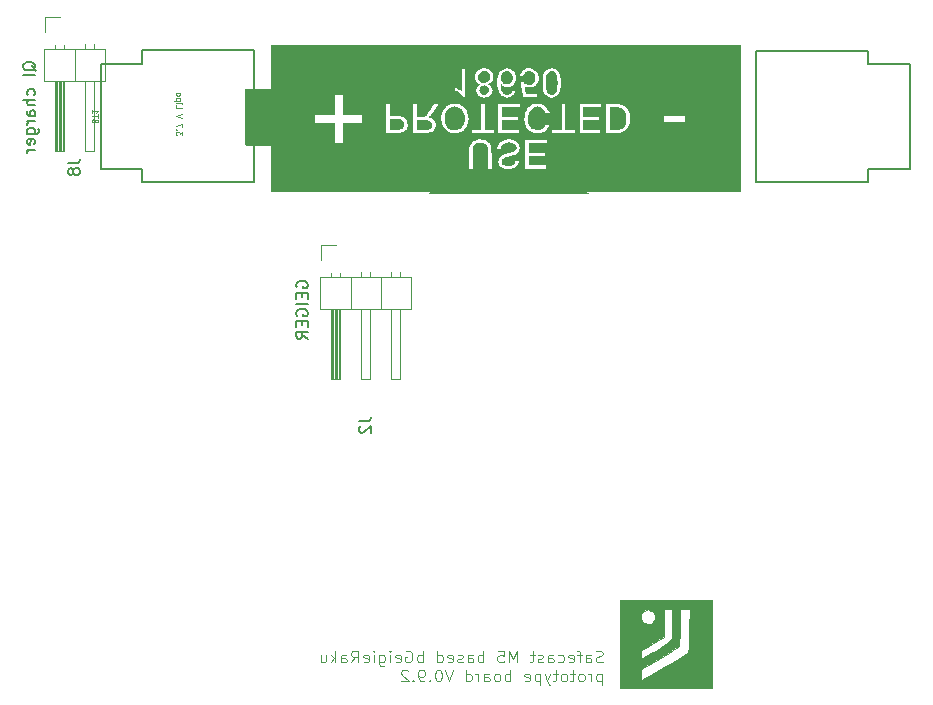
<source format=gbr>
G04 #@! TF.GenerationSoftware,KiCad,Pcbnew,(5.99.0-237-g844f45605)*
G04 #@! TF.CreationDate,2019-10-21T15:13:02+09:00*
G04 #@! TF.ProjectId,M5_board,4d355f62-6f61-4726-942e-6b696361645f,rev?*
G04 #@! TF.SameCoordinates,Original*
G04 #@! TF.FileFunction,Legend,Bot*
G04 #@! TF.FilePolarity,Positive*
%FSLAX46Y46*%
G04 Gerber Fmt 4.6, Leading zero omitted, Abs format (unit mm)*
G04 Created by KiCad (PCBNEW (5.99.0-237-g844f45605)) date 2019-10-21 15:13:02*
%MOMM*%
%LPD*%
G04 APERTURE LIST*
%ADD10C,0.100000*%
%ADD11C,0.203200*%
%ADD12C,0.120000*%
%ADD13C,0.150000*%
%ADD14C,0.010000*%
%ADD15C,0.050000*%
G04 APERTURE END LIST*
D10*
X182472123Y-123118761D02*
X182329266Y-123166380D01*
X182091171Y-123166380D01*
X181995933Y-123118761D01*
X181948314Y-123071142D01*
X181900695Y-122975904D01*
X181900695Y-122880666D01*
X181948314Y-122785428D01*
X181995933Y-122737809D01*
X182091171Y-122690190D01*
X182281647Y-122642571D01*
X182376885Y-122594952D01*
X182424504Y-122547333D01*
X182472123Y-122452095D01*
X182472123Y-122356857D01*
X182424504Y-122261619D01*
X182376885Y-122214000D01*
X182281647Y-122166380D01*
X182043552Y-122166380D01*
X181900695Y-122214000D01*
X181043552Y-123166380D02*
X181043552Y-122642571D01*
X181091171Y-122547333D01*
X181186409Y-122499714D01*
X181376885Y-122499714D01*
X181472123Y-122547333D01*
X181043552Y-123118761D02*
X181138790Y-123166380D01*
X181376885Y-123166380D01*
X181472123Y-123118761D01*
X181519742Y-123023523D01*
X181519742Y-122928285D01*
X181472123Y-122833047D01*
X181376885Y-122785428D01*
X181138790Y-122785428D01*
X181043552Y-122737809D01*
X180710219Y-122499714D02*
X180329266Y-122499714D01*
X180567361Y-123166380D02*
X180567361Y-122309238D01*
X180519742Y-122214000D01*
X180424504Y-122166380D01*
X180329266Y-122166380D01*
X179614980Y-123118761D02*
X179710219Y-123166380D01*
X179900695Y-123166380D01*
X179995933Y-123118761D01*
X180043552Y-123023523D01*
X180043552Y-122642571D01*
X179995933Y-122547333D01*
X179900695Y-122499714D01*
X179710219Y-122499714D01*
X179614980Y-122547333D01*
X179567361Y-122642571D01*
X179567361Y-122737809D01*
X180043552Y-122833047D01*
X178710219Y-123118761D02*
X178805457Y-123166380D01*
X178995933Y-123166380D01*
X179091171Y-123118761D01*
X179138790Y-123071142D01*
X179186409Y-122975904D01*
X179186409Y-122690190D01*
X179138790Y-122594952D01*
X179091171Y-122547333D01*
X178995933Y-122499714D01*
X178805457Y-122499714D01*
X178710219Y-122547333D01*
X177853076Y-123166380D02*
X177853076Y-122642571D01*
X177900695Y-122547333D01*
X177995933Y-122499714D01*
X178186409Y-122499714D01*
X178281647Y-122547333D01*
X177853076Y-123118761D02*
X177948314Y-123166380D01*
X178186409Y-123166380D01*
X178281647Y-123118761D01*
X178329266Y-123023523D01*
X178329266Y-122928285D01*
X178281647Y-122833047D01*
X178186409Y-122785428D01*
X177948314Y-122785428D01*
X177853076Y-122737809D01*
X177424504Y-123118761D02*
X177329266Y-123166380D01*
X177138790Y-123166380D01*
X177043552Y-123118761D01*
X176995933Y-123023523D01*
X176995933Y-122975904D01*
X177043552Y-122880666D01*
X177138790Y-122833047D01*
X177281647Y-122833047D01*
X177376885Y-122785428D01*
X177424504Y-122690190D01*
X177424504Y-122642571D01*
X177376885Y-122547333D01*
X177281647Y-122499714D01*
X177138790Y-122499714D01*
X177043552Y-122547333D01*
X176710219Y-122499714D02*
X176329266Y-122499714D01*
X176567361Y-122166380D02*
X176567361Y-123023523D01*
X176519742Y-123118761D01*
X176424504Y-123166380D01*
X176329266Y-123166380D01*
X175234028Y-123166380D02*
X175234028Y-122166380D01*
X174900695Y-122880666D01*
X174567361Y-122166380D01*
X174567361Y-123166380D01*
X173614980Y-122166380D02*
X174091171Y-122166380D01*
X174138790Y-122642571D01*
X174091171Y-122594952D01*
X173995933Y-122547333D01*
X173757838Y-122547333D01*
X173662600Y-122594952D01*
X173614980Y-122642571D01*
X173567361Y-122737809D01*
X173567361Y-122975904D01*
X173614980Y-123071142D01*
X173662600Y-123118761D01*
X173757838Y-123166380D01*
X173995933Y-123166380D01*
X174091171Y-123118761D01*
X174138790Y-123071142D01*
X172376885Y-123166380D02*
X172376885Y-122166380D01*
X172376885Y-122547333D02*
X172281647Y-122499714D01*
X172091171Y-122499714D01*
X171995933Y-122547333D01*
X171948314Y-122594952D01*
X171900695Y-122690190D01*
X171900695Y-122975904D01*
X171948314Y-123071142D01*
X171995933Y-123118761D01*
X172091171Y-123166380D01*
X172281647Y-123166380D01*
X172376885Y-123118761D01*
X171043552Y-123166380D02*
X171043552Y-122642571D01*
X171091171Y-122547333D01*
X171186409Y-122499714D01*
X171376885Y-122499714D01*
X171472123Y-122547333D01*
X171043552Y-123118761D02*
X171138790Y-123166380D01*
X171376885Y-123166380D01*
X171472123Y-123118761D01*
X171519742Y-123023523D01*
X171519742Y-122928285D01*
X171472123Y-122833047D01*
X171376885Y-122785428D01*
X171138790Y-122785428D01*
X171043552Y-122737809D01*
X170614980Y-123118761D02*
X170519742Y-123166380D01*
X170329266Y-123166380D01*
X170234028Y-123118761D01*
X170186409Y-123023523D01*
X170186409Y-122975904D01*
X170234028Y-122880666D01*
X170329266Y-122833047D01*
X170472123Y-122833047D01*
X170567361Y-122785428D01*
X170614980Y-122690190D01*
X170614980Y-122642571D01*
X170567361Y-122547333D01*
X170472123Y-122499714D01*
X170329266Y-122499714D01*
X170234028Y-122547333D01*
X169376885Y-123118761D02*
X169472123Y-123166380D01*
X169662600Y-123166380D01*
X169757838Y-123118761D01*
X169805457Y-123023523D01*
X169805457Y-122642571D01*
X169757838Y-122547333D01*
X169662600Y-122499714D01*
X169472123Y-122499714D01*
X169376885Y-122547333D01*
X169329266Y-122642571D01*
X169329266Y-122737809D01*
X169805457Y-122833047D01*
X168472123Y-123166380D02*
X168472123Y-122166380D01*
X168472123Y-123118761D02*
X168567361Y-123166380D01*
X168757838Y-123166380D01*
X168853076Y-123118761D01*
X168900695Y-123071142D01*
X168948314Y-122975904D01*
X168948314Y-122690190D01*
X168900695Y-122594952D01*
X168853076Y-122547333D01*
X168757838Y-122499714D01*
X168567361Y-122499714D01*
X168472123Y-122547333D01*
X167234028Y-123166380D02*
X167234028Y-122166380D01*
X167234028Y-122547333D02*
X167138790Y-122499714D01*
X166948314Y-122499714D01*
X166853076Y-122547333D01*
X166805457Y-122594952D01*
X166757838Y-122690190D01*
X166757838Y-122975904D01*
X166805457Y-123071142D01*
X166853076Y-123118761D01*
X166948314Y-123166380D01*
X167138790Y-123166380D01*
X167234028Y-123118761D01*
X165805457Y-122214000D02*
X165900695Y-122166380D01*
X166043552Y-122166380D01*
X166186409Y-122214000D01*
X166281647Y-122309238D01*
X166329266Y-122404476D01*
X166376885Y-122594952D01*
X166376885Y-122737809D01*
X166329266Y-122928285D01*
X166281647Y-123023523D01*
X166186409Y-123118761D01*
X166043552Y-123166380D01*
X165948314Y-123166380D01*
X165805457Y-123118761D01*
X165757838Y-123071142D01*
X165757838Y-122737809D01*
X165948314Y-122737809D01*
X164948314Y-123118761D02*
X165043552Y-123166380D01*
X165234028Y-123166380D01*
X165329266Y-123118761D01*
X165376885Y-123023523D01*
X165376885Y-122642571D01*
X165329266Y-122547333D01*
X165234028Y-122499714D01*
X165043552Y-122499714D01*
X164948314Y-122547333D01*
X164900695Y-122642571D01*
X164900695Y-122737809D01*
X165376885Y-122833047D01*
X164472123Y-123166380D02*
X164472123Y-122499714D01*
X164472123Y-122166380D02*
X164519742Y-122214000D01*
X164472123Y-122261619D01*
X164424504Y-122214000D01*
X164472123Y-122166380D01*
X164472123Y-122261619D01*
X163567361Y-122499714D02*
X163567361Y-123309238D01*
X163614980Y-123404476D01*
X163662600Y-123452095D01*
X163757838Y-123499714D01*
X163900695Y-123499714D01*
X163995933Y-123452095D01*
X163567361Y-123118761D02*
X163662600Y-123166380D01*
X163853076Y-123166380D01*
X163948314Y-123118761D01*
X163995933Y-123071142D01*
X164043552Y-122975904D01*
X164043552Y-122690190D01*
X163995933Y-122594952D01*
X163948314Y-122547333D01*
X163853076Y-122499714D01*
X163662600Y-122499714D01*
X163567361Y-122547333D01*
X163091171Y-123166380D02*
X163091171Y-122499714D01*
X163091171Y-122166380D02*
X163138790Y-122214000D01*
X163091171Y-122261619D01*
X163043552Y-122214000D01*
X163091171Y-122166380D01*
X163091171Y-122261619D01*
X162234028Y-123118761D02*
X162329266Y-123166380D01*
X162519742Y-123166380D01*
X162614980Y-123118761D01*
X162662600Y-123023523D01*
X162662600Y-122642571D01*
X162614980Y-122547333D01*
X162519742Y-122499714D01*
X162329266Y-122499714D01*
X162234028Y-122547333D01*
X162186409Y-122642571D01*
X162186409Y-122737809D01*
X162662600Y-122833047D01*
X161186409Y-123166380D02*
X161519742Y-122690190D01*
X161757838Y-123166380D02*
X161757838Y-122166380D01*
X161376885Y-122166380D01*
X161281647Y-122214000D01*
X161234028Y-122261619D01*
X161186409Y-122356857D01*
X161186409Y-122499714D01*
X161234028Y-122594952D01*
X161281647Y-122642571D01*
X161376885Y-122690190D01*
X161757838Y-122690190D01*
X160329266Y-123166380D02*
X160329266Y-122642571D01*
X160376885Y-122547333D01*
X160472123Y-122499714D01*
X160662600Y-122499714D01*
X160757838Y-122547333D01*
X160329266Y-123118761D02*
X160424504Y-123166380D01*
X160662600Y-123166380D01*
X160757838Y-123118761D01*
X160805457Y-123023523D01*
X160805457Y-122928285D01*
X160757838Y-122833047D01*
X160662600Y-122785428D01*
X160424504Y-122785428D01*
X160329266Y-122737809D01*
X159853076Y-123166380D02*
X159853076Y-122166380D01*
X159757838Y-122785428D02*
X159472123Y-123166380D01*
X159472123Y-122499714D02*
X159853076Y-122880666D01*
X158614980Y-122499714D02*
X158614980Y-123166380D01*
X159043552Y-122499714D02*
X159043552Y-123023523D01*
X158995933Y-123118761D01*
X158900695Y-123166380D01*
X158757838Y-123166380D01*
X158662600Y-123118761D01*
X158614980Y-123071142D01*
X182424504Y-124109714D02*
X182424504Y-125109714D01*
X182424504Y-124157333D02*
X182329266Y-124109714D01*
X182138790Y-124109714D01*
X182043552Y-124157333D01*
X181995933Y-124204952D01*
X181948314Y-124300190D01*
X181948314Y-124585904D01*
X181995933Y-124681142D01*
X182043552Y-124728761D01*
X182138790Y-124776380D01*
X182329266Y-124776380D01*
X182424504Y-124728761D01*
X181519742Y-124776380D02*
X181519742Y-124109714D01*
X181519742Y-124300190D02*
X181472123Y-124204952D01*
X181424504Y-124157333D01*
X181329266Y-124109714D01*
X181234028Y-124109714D01*
X180757838Y-124776380D02*
X180853076Y-124728761D01*
X180900695Y-124681142D01*
X180948314Y-124585904D01*
X180948314Y-124300190D01*
X180900695Y-124204952D01*
X180853076Y-124157333D01*
X180757838Y-124109714D01*
X180614980Y-124109714D01*
X180519742Y-124157333D01*
X180472123Y-124204952D01*
X180424504Y-124300190D01*
X180424504Y-124585904D01*
X180472123Y-124681142D01*
X180519742Y-124728761D01*
X180614980Y-124776380D01*
X180757838Y-124776380D01*
X180138790Y-124109714D02*
X179757838Y-124109714D01*
X179995933Y-123776380D02*
X179995933Y-124633523D01*
X179948314Y-124728761D01*
X179853076Y-124776380D01*
X179757838Y-124776380D01*
X179281647Y-124776380D02*
X179376885Y-124728761D01*
X179424504Y-124681142D01*
X179472123Y-124585904D01*
X179472123Y-124300190D01*
X179424504Y-124204952D01*
X179376885Y-124157333D01*
X179281647Y-124109714D01*
X179138790Y-124109714D01*
X179043552Y-124157333D01*
X178995933Y-124204952D01*
X178948314Y-124300190D01*
X178948314Y-124585904D01*
X178995933Y-124681142D01*
X179043552Y-124728761D01*
X179138790Y-124776380D01*
X179281647Y-124776380D01*
X178662600Y-124109714D02*
X178281647Y-124109714D01*
X178519742Y-123776380D02*
X178519742Y-124633523D01*
X178472123Y-124728761D01*
X178376885Y-124776380D01*
X178281647Y-124776380D01*
X178043552Y-124109714D02*
X177805457Y-124776380D01*
X177567361Y-124109714D02*
X177805457Y-124776380D01*
X177900695Y-125014476D01*
X177948314Y-125062095D01*
X178043552Y-125109714D01*
X177186409Y-124109714D02*
X177186409Y-125109714D01*
X177186409Y-124157333D02*
X177091171Y-124109714D01*
X176900695Y-124109714D01*
X176805457Y-124157333D01*
X176757838Y-124204952D01*
X176710219Y-124300190D01*
X176710219Y-124585904D01*
X176757838Y-124681142D01*
X176805457Y-124728761D01*
X176900695Y-124776380D01*
X177091171Y-124776380D01*
X177186409Y-124728761D01*
X175900695Y-124728761D02*
X175995933Y-124776380D01*
X176186409Y-124776380D01*
X176281647Y-124728761D01*
X176329266Y-124633523D01*
X176329266Y-124252571D01*
X176281647Y-124157333D01*
X176186409Y-124109714D01*
X175995933Y-124109714D01*
X175900695Y-124157333D01*
X175853076Y-124252571D01*
X175853076Y-124347809D01*
X176329266Y-124443047D01*
X174662600Y-124776380D02*
X174662600Y-123776380D01*
X174662600Y-124157333D02*
X174567361Y-124109714D01*
X174376885Y-124109714D01*
X174281647Y-124157333D01*
X174234028Y-124204952D01*
X174186409Y-124300190D01*
X174186409Y-124585904D01*
X174234028Y-124681142D01*
X174281647Y-124728761D01*
X174376885Y-124776380D01*
X174567361Y-124776380D01*
X174662600Y-124728761D01*
X173614980Y-124776380D02*
X173710219Y-124728761D01*
X173757838Y-124681142D01*
X173805457Y-124585904D01*
X173805457Y-124300190D01*
X173757838Y-124204952D01*
X173710219Y-124157333D01*
X173614980Y-124109714D01*
X173472123Y-124109714D01*
X173376885Y-124157333D01*
X173329266Y-124204952D01*
X173281647Y-124300190D01*
X173281647Y-124585904D01*
X173329266Y-124681142D01*
X173376885Y-124728761D01*
X173472123Y-124776380D01*
X173614980Y-124776380D01*
X172424504Y-124776380D02*
X172424504Y-124252571D01*
X172472123Y-124157333D01*
X172567361Y-124109714D01*
X172757838Y-124109714D01*
X172853076Y-124157333D01*
X172424504Y-124728761D02*
X172519742Y-124776380D01*
X172757838Y-124776380D01*
X172853076Y-124728761D01*
X172900695Y-124633523D01*
X172900695Y-124538285D01*
X172853076Y-124443047D01*
X172757838Y-124395428D01*
X172519742Y-124395428D01*
X172424504Y-124347809D01*
X171948314Y-124776380D02*
X171948314Y-124109714D01*
X171948314Y-124300190D02*
X171900695Y-124204952D01*
X171853076Y-124157333D01*
X171757838Y-124109714D01*
X171662600Y-124109714D01*
X170900695Y-124776380D02*
X170900695Y-123776380D01*
X170900695Y-124728761D02*
X170995933Y-124776380D01*
X171186409Y-124776380D01*
X171281647Y-124728761D01*
X171329266Y-124681142D01*
X171376885Y-124585904D01*
X171376885Y-124300190D01*
X171329266Y-124204952D01*
X171281647Y-124157333D01*
X171186409Y-124109714D01*
X170995933Y-124109714D01*
X170900695Y-124157333D01*
X169805457Y-123776380D02*
X169472123Y-124776380D01*
X169138790Y-123776380D01*
X168614980Y-123776380D02*
X168519742Y-123776380D01*
X168424504Y-123824000D01*
X168376885Y-123871619D01*
X168329266Y-123966857D01*
X168281647Y-124157333D01*
X168281647Y-124395428D01*
X168329266Y-124585904D01*
X168376885Y-124681142D01*
X168424504Y-124728761D01*
X168519742Y-124776380D01*
X168614980Y-124776380D01*
X168710219Y-124728761D01*
X168757838Y-124681142D01*
X168805457Y-124585904D01*
X168853076Y-124395428D01*
X168853076Y-124157333D01*
X168805457Y-123966857D01*
X168757838Y-123871619D01*
X168710219Y-123824000D01*
X168614980Y-123776380D01*
X167853076Y-124681142D02*
X167805457Y-124728761D01*
X167853076Y-124776380D01*
X167900695Y-124728761D01*
X167853076Y-124681142D01*
X167853076Y-124776380D01*
X167329266Y-124776380D02*
X167138790Y-124776380D01*
X167043552Y-124728761D01*
X166995933Y-124681142D01*
X166900695Y-124538285D01*
X166853076Y-124347809D01*
X166853076Y-123966857D01*
X166900695Y-123871619D01*
X166948314Y-123824000D01*
X167043552Y-123776380D01*
X167234028Y-123776380D01*
X167329266Y-123824000D01*
X167376885Y-123871619D01*
X167424504Y-123966857D01*
X167424504Y-124204952D01*
X167376885Y-124300190D01*
X167329266Y-124347809D01*
X167234028Y-124395428D01*
X167043552Y-124395428D01*
X166948314Y-124347809D01*
X166900695Y-124300190D01*
X166853076Y-124204952D01*
X166424504Y-124681142D02*
X166376885Y-124728761D01*
X166424504Y-124776380D01*
X166472123Y-124728761D01*
X166424504Y-124681142D01*
X166424504Y-124776380D01*
X165995933Y-123871619D02*
X165948314Y-123824000D01*
X165853076Y-123776380D01*
X165614980Y-123776380D01*
X165519742Y-123824000D01*
X165472123Y-123871619D01*
X165424504Y-123966857D01*
X165424504Y-124062095D01*
X165472123Y-124204952D01*
X166043552Y-124776380D01*
X165424504Y-124776380D01*
D11*
X204984000Y-71357400D02*
X195449000Y-71357400D01*
X204984000Y-72475000D02*
X204984000Y-71357400D01*
X208463800Y-72475000D02*
X204984000Y-72475000D01*
X208463800Y-81365000D02*
X208463800Y-72475000D01*
X204984000Y-81365000D02*
X208463800Y-81365000D01*
X204984000Y-82482600D02*
X204984000Y-81365000D01*
X195449000Y-82482600D02*
X204984000Y-82482600D01*
X195449000Y-71357400D02*
X195449000Y-82482600D01*
X143454000Y-82462600D02*
X152989000Y-82462600D01*
X143454000Y-81345000D02*
X143454000Y-82462600D01*
X139974200Y-81345000D02*
X143454000Y-81345000D01*
X139974200Y-72455000D02*
X139974200Y-81345000D01*
X143454000Y-72455000D02*
X139974200Y-72455000D01*
X143454000Y-71337400D02*
X143454000Y-72455000D01*
X152989000Y-71337400D02*
X143454000Y-71337400D01*
X152989000Y-82462600D02*
X152989000Y-71337400D01*
D12*
X135170000Y-71238000D02*
X140370000Y-71238000D01*
X140370000Y-71238000D02*
X140370000Y-73898000D01*
X140370000Y-73898000D02*
X135170000Y-73898000D01*
X135170000Y-73898000D02*
X135170000Y-71238000D01*
X136120000Y-73898000D02*
X136120000Y-79898000D01*
X136120000Y-79898000D02*
X136880000Y-79898000D01*
X136880000Y-79898000D02*
X136880000Y-73898000D01*
X136180000Y-73898000D02*
X136180000Y-79898000D01*
X136300000Y-73898000D02*
X136300000Y-79898000D01*
X136420000Y-73898000D02*
X136420000Y-79898000D01*
X136540000Y-73898000D02*
X136540000Y-79898000D01*
X136660000Y-73898000D02*
X136660000Y-79898000D01*
X136780000Y-73898000D02*
X136780000Y-79898000D01*
X136120000Y-70908000D02*
X136120000Y-71238000D01*
X136880000Y-70908000D02*
X136880000Y-71238000D01*
X137770000Y-71238000D02*
X137770000Y-73898000D01*
X138660000Y-73898000D02*
X138660000Y-79898000D01*
X138660000Y-79898000D02*
X139420000Y-79898000D01*
X139420000Y-79898000D02*
X139420000Y-73898000D01*
X138660000Y-70840929D02*
X138660000Y-71238000D01*
X139420000Y-70840929D02*
X139420000Y-71238000D01*
X136500000Y-68528000D02*
X135230000Y-68528000D01*
X135230000Y-68528000D02*
X135230000Y-69798000D01*
D13*
G36*
X183544159Y-76157773D02*
G01*
X183624806Y-76159785D01*
X183784190Y-76165335D01*
X183902493Y-76172553D01*
X183987560Y-76182219D01*
X184047237Y-76195114D01*
X184089372Y-76212018D01*
X184108890Y-76223592D01*
X184179030Y-76278374D01*
X184252928Y-76350820D01*
X184319470Y-76428337D01*
X184367546Y-76498330D01*
X184386040Y-76548207D01*
X184389659Y-76575005D01*
X184407661Y-76596742D01*
X184428231Y-76611523D01*
X184450294Y-76669578D01*
X184467183Y-76762788D01*
X184478859Y-76881675D01*
X184485289Y-77016760D01*
X184486434Y-77158563D01*
X184482260Y-77297605D01*
X184472729Y-77424407D01*
X184457805Y-77529490D01*
X184437453Y-77603376D01*
X184411636Y-77636584D01*
X184403240Y-77641233D01*
X184386040Y-77677569D01*
X184385974Y-77679348D01*
X184365452Y-77725279D01*
X184315948Y-77790958D01*
X184248603Y-77864208D01*
X184174560Y-77932851D01*
X184104964Y-77984712D01*
X184078402Y-78000294D01*
X184039165Y-78018147D01*
X183991747Y-78031023D01*
X183927342Y-78040020D01*
X183837146Y-78046238D01*
X183712354Y-78050777D01*
X183544159Y-78054736D01*
X183080799Y-78064434D01*
X183080799Y-76147138D01*
X183544159Y-76157773D01*
G37*
G36*
X178195897Y-73078840D02*
G01*
X178261036Y-73086079D01*
X178325672Y-73104287D01*
X178381797Y-73141836D01*
X178450096Y-73209342D01*
X178499960Y-73267733D01*
X178551964Y-73343593D01*
X178578550Y-73402640D01*
X178595952Y-73464563D01*
X178625430Y-73540070D01*
X178633673Y-73569828D01*
X178643224Y-73646462D01*
X178650379Y-73755237D01*
X178655155Y-73886785D01*
X178657569Y-74031740D01*
X178657638Y-74180735D01*
X178655378Y-74324403D01*
X178650807Y-74453378D01*
X178643943Y-74558291D01*
X178634801Y-74629777D01*
X178623399Y-74658468D01*
X178605891Y-74671970D01*
X178590768Y-74718141D01*
X178581359Y-74782099D01*
X178532354Y-74886716D01*
X178451956Y-74982715D01*
X178352045Y-75057101D01*
X178244502Y-75096880D01*
X178217142Y-75100556D01*
X178079874Y-75092889D01*
X177953212Y-75046091D01*
X177853926Y-74965790D01*
X177840555Y-74948203D01*
X177790601Y-74855525D01*
X177746553Y-74736875D01*
X177715167Y-74612941D01*
X177703204Y-74504411D01*
X177696460Y-74452554D01*
X177677099Y-74416988D01*
X177674264Y-74413579D01*
X177664558Y-74371362D01*
X177657438Y-74292844D01*
X177652981Y-74190655D01*
X177651261Y-74077427D01*
X177652352Y-73965792D01*
X177656330Y-73868379D01*
X177663270Y-73797821D01*
X177673245Y-73766749D01*
X177686401Y-73737039D01*
X177700359Y-73669589D01*
X177711691Y-73579579D01*
X177724591Y-73483821D01*
X177763564Y-73355709D01*
X177831994Y-73251504D01*
X177938514Y-73155049D01*
X177983957Y-73121573D01*
X178045820Y-73086874D01*
X178108124Y-73075100D01*
X178195897Y-73078840D01*
G37*
G36*
X174481562Y-73078913D02*
G01*
X174543838Y-73101061D01*
X174617171Y-73149336D01*
X174657321Y-73180893D01*
X174748210Y-73273702D01*
X174809209Y-73369607D01*
X174831575Y-73456095D01*
X174836713Y-73493036D01*
X174857777Y-73529424D01*
X174867633Y-73542328D01*
X174880099Y-73594825D01*
X174883137Y-73664239D01*
X174876528Y-73727857D01*
X174860048Y-73762964D01*
X174854444Y-73768698D01*
X174834907Y-73813730D01*
X174818307Y-73883690D01*
X174796928Y-73954286D01*
X174729786Y-74058945D01*
X174634536Y-74140418D01*
X174525325Y-74184194D01*
X174511494Y-74186863D01*
X174441178Y-74205677D01*
X174396740Y-74225873D01*
X174380660Y-74234770D01*
X174349516Y-74222470D01*
X174323705Y-74205018D01*
X174267581Y-74195097D01*
X174229696Y-74192638D01*
X174116954Y-74152376D01*
X174013766Y-74062108D01*
X173919068Y-73920996D01*
X173891650Y-73852155D01*
X173870326Y-73726494D01*
X173871760Y-73590558D01*
X173895220Y-73463768D01*
X173939975Y-73365547D01*
X173947857Y-73354231D01*
X173982322Y-73297477D01*
X173996318Y-73261289D01*
X173996797Y-73256282D01*
X174025948Y-73215034D01*
X174090566Y-73169819D01*
X174177108Y-73127421D01*
X174272029Y-73094626D01*
X174361785Y-73078217D01*
X174404470Y-73075687D01*
X174481562Y-73078913D01*
G37*
G36*
X172585039Y-74325261D02*
G01*
X172657724Y-74347848D01*
X172673626Y-74358015D01*
X172730311Y-74408174D01*
X172787908Y-74474043D01*
X172837979Y-74561186D01*
X172865782Y-74691164D01*
X172846406Y-74822423D01*
X172780050Y-74943188D01*
X172755776Y-74970891D01*
X172644618Y-75055146D01*
X172516912Y-75099685D01*
X172384224Y-75103705D01*
X172258118Y-75066402D01*
X172150159Y-74986971D01*
X172125766Y-74958538D01*
X172081921Y-74890015D01*
X172064560Y-74834347D01*
X172058886Y-74792445D01*
X172038455Y-74756351D01*
X172013700Y-74723797D01*
X172034055Y-74676731D01*
X172040750Y-74666501D01*
X172063554Y-74613674D01*
X172087726Y-74539606D01*
X172097709Y-74509474D01*
X172130204Y-74444736D01*
X172163915Y-74411640D01*
X172199408Y-74394336D01*
X172256245Y-74354570D01*
X172302343Y-74332913D01*
X172387926Y-74318119D01*
X172488632Y-74315460D01*
X172585039Y-74325261D01*
G37*
G36*
X172655508Y-73103559D02*
G01*
X172758834Y-73162234D01*
X172855789Y-73261690D01*
X172912606Y-73362471D01*
X172946235Y-73500026D01*
X172947412Y-73648492D01*
X172914247Y-73790754D01*
X172912281Y-73795768D01*
X172863801Y-73882497D01*
X172796962Y-73960502D01*
X172725013Y-74016815D01*
X172661202Y-74038468D01*
X172643128Y-74041023D01*
X172594087Y-74067585D01*
X172567350Y-74084316D01*
X172490690Y-74098115D01*
X172391321Y-74091718D01*
X172284929Y-74066771D01*
X172187200Y-74024917D01*
X172075794Y-73948035D01*
X172002192Y-73858177D01*
X171959382Y-73744135D01*
X171945586Y-73675881D01*
X171939300Y-73552894D01*
X171962664Y-73425005D01*
X171979346Y-73380002D01*
X172024222Y-73300757D01*
X172081017Y-73226832D01*
X172138385Y-73172218D01*
X172184977Y-73150904D01*
X172195645Y-73149373D01*
X172226571Y-73121707D01*
X172226767Y-73121197D01*
X172257311Y-73105009D01*
X172325695Y-73090533D01*
X172418006Y-73080746D01*
X172531251Y-73079647D01*
X172655508Y-73103559D01*
G37*
G36*
X170022704Y-76094432D02*
G01*
X170069793Y-76107834D01*
X170167985Y-76135833D01*
X170269853Y-76164927D01*
X170337246Y-76186694D01*
X170396958Y-76212229D01*
X170419956Y-76231184D01*
X170440948Y-76257724D01*
X170491506Y-76288823D01*
X170547562Y-76329604D01*
X170597350Y-76394667D01*
X170597438Y-76394851D01*
X170627277Y-76445260D01*
X170650918Y-76466217D01*
X170664806Y-76482620D01*
X170689511Y-76537021D01*
X170717357Y-76616320D01*
X170739375Y-76683646D01*
X170767620Y-76762833D01*
X170788025Y-76811752D01*
X170790901Y-76818638D01*
X170801406Y-76874378D01*
X170808042Y-76960573D01*
X170810871Y-77063464D01*
X170809960Y-77169294D01*
X170805372Y-77264304D01*
X170797171Y-77334737D01*
X170785423Y-77366834D01*
X170769268Y-77390110D01*
X170759319Y-77444525D01*
X170758601Y-77459905D01*
X170732172Y-77557616D01*
X170674429Y-77671267D01*
X170594633Y-77788479D01*
X170502046Y-77896874D01*
X170405926Y-77984074D01*
X170315537Y-78037701D01*
X170176543Y-78077191D01*
X169973150Y-78095178D01*
X169764114Y-78072746D01*
X169655927Y-78044089D01*
X169475649Y-77960565D01*
X169331889Y-77839740D01*
X169224795Y-77681759D01*
X169154517Y-77486762D01*
X169145665Y-77446873D01*
X169122519Y-77276398D01*
X169116987Y-77093356D01*
X169127889Y-76910439D01*
X169154042Y-76740333D01*
X169194266Y-76595729D01*
X169247379Y-76489316D01*
X169249588Y-76486189D01*
X169283464Y-76430611D01*
X169297448Y-76392978D01*
X169298823Y-76387428D01*
X169327710Y-76353601D01*
X169382289Y-76312305D01*
X169384823Y-76310672D01*
X169466605Y-76257507D01*
X169544794Y-76206026D01*
X169562801Y-76195309D01*
X169647760Y-76159999D01*
X169740580Y-76137332D01*
X169772987Y-76131871D01*
X169847021Y-76113434D01*
X169892180Y-76093558D01*
X169937421Y-76080114D01*
X170022704Y-76094432D01*
G37*
G36*
X167336257Y-77249522D02*
G01*
X167501942Y-77251389D01*
X167627862Y-77256692D01*
X167722253Y-77267080D01*
X167793356Y-77284200D01*
X167849408Y-77309700D01*
X167898647Y-77345227D01*
X167949314Y-77392429D01*
X167970519Y-77414387D01*
X168008553Y-77467612D01*
X168028392Y-77531938D01*
X168037741Y-77627882D01*
X168036837Y-77747828D01*
X168011751Y-77842269D01*
X167954179Y-77917421D01*
X167856364Y-77988717D01*
X167834785Y-78001950D01*
X167793730Y-78024908D01*
X167752262Y-78041770D01*
X167701751Y-78053785D01*
X167633567Y-78062200D01*
X167539081Y-78068265D01*
X167409664Y-78073226D01*
X167236684Y-78078333D01*
X166739175Y-78092416D01*
X166739175Y-77249362D01*
X167233938Y-77249362D01*
X167336257Y-77249522D01*
G37*
G36*
X165023459Y-77145996D02*
G01*
X165157385Y-77149969D01*
X165255418Y-77157553D01*
X165326051Y-77169427D01*
X165377778Y-77186273D01*
X165393355Y-77193043D01*
X165477917Y-77231359D01*
X165528534Y-77259790D01*
X165557856Y-77286818D01*
X165578529Y-77320929D01*
X165599062Y-77357008D01*
X165640227Y-77415977D01*
X165654498Y-77443516D01*
X165666166Y-77519940D01*
X165664434Y-77641095D01*
X165663608Y-77655384D01*
X165655398Y-77750510D01*
X165640141Y-77813754D01*
X165611058Y-77863281D01*
X165561368Y-77917255D01*
X165518159Y-77956719D01*
X165462257Y-77994204D01*
X165395355Y-78021265D01*
X165309220Y-78039538D01*
X165195621Y-78050659D01*
X165046326Y-78056264D01*
X164853101Y-78057989D01*
X164441950Y-78058612D01*
X164441950Y-77144943D01*
X164862208Y-77144943D01*
X165023459Y-77145996D01*
G37*
G36*
X181194236Y-83370945D02*
G01*
X181281014Y-83455786D01*
X181367791Y-83540626D01*
X167721247Y-83540626D01*
X167808024Y-83455786D01*
X167894802Y-83370945D01*
X167070158Y-83370143D01*
X164727874Y-83367866D01*
X161130143Y-83364369D01*
X160500120Y-83363756D01*
X154365485Y-83357793D01*
X154365485Y-81347821D01*
X171176996Y-81347821D01*
X171487206Y-81347821D01*
X171495256Y-80423802D01*
X171495839Y-80358012D01*
X171498182Y-80124025D01*
X171500734Y-79935641D01*
X171503788Y-79787569D01*
X171507636Y-79674517D01*
X171512569Y-79591193D01*
X171518879Y-79532305D01*
X171526858Y-79492562D01*
X171536797Y-79466672D01*
X171548990Y-79449342D01*
X171578603Y-79409953D01*
X171594673Y-79371029D01*
X171598230Y-79360106D01*
X171629783Y-79318029D01*
X171683366Y-79265284D01*
X171701046Y-79251058D01*
X171812095Y-79194001D01*
X171954026Y-79157583D01*
X172112425Y-79142396D01*
X172272880Y-79149030D01*
X172420978Y-79178074D01*
X172542304Y-79230119D01*
X172585483Y-79260345D01*
X172638327Y-79312259D01*
X172681841Y-79378857D01*
X172716859Y-79464822D01*
X172744215Y-79574836D01*
X172764744Y-79713581D01*
X172779281Y-79885739D01*
X172788660Y-80095993D01*
X172793715Y-80349025D01*
X172795281Y-80649517D01*
X172795495Y-81347821D01*
X173087265Y-81347821D01*
X173075664Y-80440678D01*
X173073883Y-80309565D01*
X173069911Y-80073559D01*
X173065363Y-79882221D01*
X173059988Y-79730462D01*
X173053534Y-79613190D01*
X173052754Y-79604384D01*
X173552535Y-79604384D01*
X173554653Y-79636741D01*
X173570370Y-79661655D01*
X173612596Y-79674160D01*
X173694170Y-79681222D01*
X173835804Y-79690164D01*
X173851867Y-79582759D01*
X173854986Y-79565443D01*
X173904486Y-79446962D01*
X173995936Y-79338697D01*
X174120408Y-79247410D01*
X174268975Y-79179864D01*
X174432708Y-79142821D01*
X174448287Y-79141181D01*
X174572661Y-79137704D01*
X174702018Y-79147846D01*
X174822097Y-79169176D01*
X174918635Y-79199263D01*
X174977371Y-79235674D01*
X175013582Y-79267841D01*
X175052407Y-79285539D01*
X175055893Y-79285994D01*
X175087633Y-79314240D01*
X175124793Y-79375258D01*
X175160208Y-79453502D01*
X175186713Y-79533430D01*
X175197140Y-79599495D01*
X175197140Y-79599859D01*
X175190267Y-79654431D01*
X175173865Y-79677112D01*
X175155682Y-79690198D01*
X175134527Y-79735847D01*
X175098410Y-79799052D01*
X175017833Y-79867246D01*
X174905834Y-79924724D01*
X174773449Y-79964497D01*
X174694008Y-79982403D01*
X174621507Y-80002162D01*
X174583676Y-80016922D01*
X174566589Y-80024406D01*
X174505511Y-80043440D01*
X174413558Y-80068239D01*
X174303049Y-80095360D01*
X174229474Y-80113489D01*
X174136157Y-80139516D01*
X174072237Y-80161278D01*
X174048527Y-80175376D01*
X174035308Y-80192194D01*
X173989791Y-80213531D01*
X173909162Y-80248366D01*
X173800740Y-80337053D01*
X173720175Y-80458759D01*
X173671249Y-80604597D01*
X173657746Y-80765678D01*
X173683451Y-80933115D01*
X173683529Y-80933396D01*
X173726755Y-81019621D01*
X173803951Y-81114586D01*
X173901541Y-81205620D01*
X174005947Y-81280052D01*
X174103591Y-81325211D01*
X174115413Y-81328485D01*
X174231119Y-81348683D01*
X174375881Y-81359276D01*
X174533577Y-81360541D01*
X174688085Y-81352755D01*
X174728365Y-81347821D01*
X175928075Y-81347821D01*
X177703204Y-81347821D01*
X177703204Y-81086772D01*
X176239973Y-81086772D01*
X176247179Y-80688674D01*
X176254385Y-80290575D01*
X176926585Y-80283608D01*
X177598784Y-80276641D01*
X177598784Y-80043461D01*
X176926585Y-80036494D01*
X176254385Y-80029527D01*
X176254385Y-79194172D01*
X177004899Y-79187246D01*
X177755413Y-79180319D01*
X177755413Y-78946176D01*
X175928075Y-78946176D01*
X175928075Y-81347821D01*
X174728365Y-81347821D01*
X174823279Y-81336195D01*
X174923039Y-81311139D01*
X174972556Y-81290278D01*
X175039766Y-81254417D01*
X175075249Y-81224851D01*
X175103535Y-81196140D01*
X175160558Y-81164108D01*
X175205518Y-81135353D01*
X175247631Y-81078239D01*
X175269741Y-81033431D01*
X175312708Y-80974934D01*
X175323011Y-80961789D01*
X175351266Y-80898592D01*
X175370182Y-80817680D01*
X175386031Y-80702051D01*
X175265557Y-80683985D01*
X175182477Y-80674530D01*
X175128502Y-80682168D01*
X175099593Y-80715478D01*
X175082319Y-80781619D01*
X175072098Y-80816762D01*
X175037306Y-80888770D01*
X174990594Y-80959419D01*
X174942844Y-81013190D01*
X174904940Y-81034563D01*
X174893622Y-81036764D01*
X174843049Y-81055377D01*
X174773298Y-81086772D01*
X174722615Y-81105735D01*
X174631063Y-81126097D01*
X174530282Y-81137861D01*
X174435279Y-81140159D01*
X174361059Y-81132121D01*
X174322628Y-81112877D01*
X174304288Y-81098204D01*
X174253244Y-81086772D01*
X174243100Y-81086463D01*
X174147821Y-81061156D01*
X174055051Y-81005097D01*
X173988644Y-80932220D01*
X173975093Y-80903807D01*
X173953023Y-80816141D01*
X173945669Y-80716567D01*
X173953646Y-80625558D01*
X173977569Y-80563588D01*
X173994909Y-80544178D01*
X174053044Y-80499276D01*
X174138986Y-80455196D01*
X174258653Y-80409558D01*
X174417962Y-80359981D01*
X174622834Y-80304085D01*
X174699012Y-80284039D01*
X174859672Y-80239420D01*
X174982845Y-80199930D01*
X175078219Y-80161296D01*
X175155485Y-80119243D01*
X175224331Y-80069495D01*
X175294447Y-80007779D01*
X175375586Y-79901171D01*
X175429770Y-79761196D01*
X175451357Y-79605413D01*
X175438453Y-79447934D01*
X175405978Y-79352359D01*
X175389162Y-79302869D01*
X175374019Y-79276033D01*
X175299618Y-79179859D01*
X175202474Y-79087447D01*
X175098672Y-79012725D01*
X175004301Y-78969622D01*
X174979052Y-78962165D01*
X174913519Y-78935853D01*
X174878288Y-78910844D01*
X174870448Y-78905158D01*
X174820453Y-78893922D01*
X174736626Y-78886493D01*
X174631244Y-78882771D01*
X174516587Y-78882657D01*
X174404933Y-78886050D01*
X174308560Y-78892851D01*
X174239747Y-78902959D01*
X174210773Y-78916275D01*
X174198792Y-78931777D01*
X174154090Y-78946176D01*
X174116741Y-78951258D01*
X174037529Y-78977562D01*
X173952353Y-79018026D01*
X173879964Y-79063259D01*
X173839117Y-79103873D01*
X173815546Y-79134349D01*
X173775126Y-79155015D01*
X173769036Y-79156918D01*
X173736661Y-79190442D01*
X173692932Y-79257150D01*
X173645520Y-79345751D01*
X173635790Y-79366083D01*
X173593488Y-79464187D01*
X173563761Y-79549115D01*
X173552535Y-79604384D01*
X173052754Y-79604384D01*
X173045750Y-79525318D01*
X173036385Y-79461755D01*
X173025189Y-79417411D01*
X173012005Y-79381796D01*
X172981776Y-79320145D01*
X172956167Y-79291238D01*
X172945717Y-79285672D01*
X172926020Y-79247779D01*
X172908877Y-79212661D01*
X172861211Y-79156907D01*
X172795740Y-79093440D01*
X172725256Y-79033795D01*
X172662547Y-78989509D01*
X172620406Y-78972120D01*
X172618849Y-78972093D01*
X172563004Y-78958838D01*
X172495290Y-78928724D01*
X172470702Y-78918907D01*
X172392468Y-78902703D01*
X172286129Y-78891077D01*
X172165004Y-78884339D01*
X172042411Y-78882800D01*
X171931672Y-78886771D01*
X171846104Y-78896562D01*
X171799027Y-78912485D01*
X171789186Y-78919238D01*
X171732528Y-78946170D01*
X171657054Y-78972625D01*
X171651940Y-78974181D01*
X171522159Y-79040674D01*
X171407220Y-79150552D01*
X171312155Y-79296170D01*
X171241997Y-79469887D01*
X171201779Y-79664059D01*
X171195421Y-79743967D01*
X171189548Y-79868231D01*
X171184546Y-80026303D01*
X171180659Y-80208883D01*
X171178128Y-80406669D01*
X171177194Y-80610359D01*
X171176996Y-81347821D01*
X154365485Y-81347821D01*
X154365485Y-79442168D01*
X153355605Y-79442168D01*
X153177528Y-79442148D01*
X152953766Y-79441918D01*
X152773607Y-79441205D01*
X152631913Y-79439736D01*
X152523543Y-79437239D01*
X152443358Y-79433442D01*
X152386218Y-79428072D01*
X152346982Y-79420856D01*
X152320512Y-79411522D01*
X152301667Y-79399797D01*
X152285307Y-79385408D01*
X152224889Y-79328648D01*
X152224889Y-76831685D01*
X158124581Y-76831685D01*
X158124581Y-77510411D01*
X159795290Y-77510411D01*
X159795290Y-79207225D01*
X160500120Y-79207225D01*
X160500120Y-77510411D01*
X162118620Y-77510411D01*
X162118620Y-76831685D01*
X160500120Y-76831685D01*
X160500120Y-75891911D01*
X164128692Y-75891911D01*
X164128692Y-78319660D01*
X164727874Y-78319660D01*
X164817468Y-78319381D01*
X164985995Y-78317298D01*
X165135513Y-78313445D01*
X165257724Y-78308141D01*
X165344326Y-78301702D01*
X165387021Y-78294447D01*
X165400129Y-78289260D01*
X165472423Y-78265175D01*
X165556744Y-78241551D01*
X165670322Y-78196714D01*
X165789878Y-78101958D01*
X165892856Y-77959883D01*
X165916275Y-77916679D01*
X165946136Y-77841346D01*
X165961215Y-77756509D01*
X165966409Y-77640935D01*
X165965297Y-77536080D01*
X165954344Y-77451000D01*
X165927736Y-77370094D01*
X165879786Y-77268941D01*
X165871799Y-77253424D01*
X165825290Y-77171888D01*
X165784890Y-77114456D01*
X165758581Y-77092733D01*
X165743829Y-77089355D01*
X165712853Y-77056720D01*
X165688942Y-77023996D01*
X165626087Y-76988810D01*
X165524078Y-76960668D01*
X165379701Y-76938964D01*
X165189744Y-76923088D01*
X164950994Y-76912432D01*
X164455002Y-76896947D01*
X164440822Y-75891911D01*
X166425917Y-75891911D01*
X166425917Y-78319660D01*
X167070158Y-78319660D01*
X167292193Y-78318433D01*
X167485051Y-78314716D01*
X167637959Y-78308672D01*
X167746840Y-78300463D01*
X167807619Y-78290252D01*
X167913966Y-78256174D01*
X168013348Y-78220937D01*
X168082894Y-78188575D01*
X168133920Y-78152351D01*
X168177739Y-78105529D01*
X168225668Y-78041373D01*
X168283658Y-77946791D01*
X168342921Y-77778941D01*
X168351016Y-77608566D01*
X168308013Y-77440273D01*
X168213982Y-77278668D01*
X168151153Y-77204940D01*
X168075081Y-77146135D01*
X167976278Y-77103642D01*
X167916634Y-77081405D01*
X167900644Y-77073913D01*
X168814467Y-77073913D01*
X168819792Y-77244976D01*
X168838165Y-77392939D01*
X168874325Y-77541077D01*
X168967133Y-77769761D01*
X169098538Y-77963450D01*
X169268946Y-78122691D01*
X169478768Y-78248028D01*
X169508705Y-78262023D01*
X169581328Y-78292866D01*
X169647223Y-78312588D01*
X169721124Y-78323768D01*
X169817761Y-78328982D01*
X169951870Y-78330810D01*
X170015001Y-78330955D01*
X170140339Y-78328429D01*
X170230831Y-78320639D01*
X170298781Y-78306147D01*
X170356494Y-78283515D01*
X170370763Y-78276685D01*
X170464111Y-78232372D01*
X170549847Y-78192148D01*
X170640557Y-78138630D01*
X170731143Y-78058612D01*
X171385835Y-78058612D01*
X171385835Y-78319660D01*
X173317592Y-78319660D01*
X173656955Y-78319660D01*
X175405978Y-78319660D01*
X175405978Y-78058612D01*
X173970213Y-78058612D01*
X173970213Y-77275467D01*
X175301559Y-77275467D01*
X175301559Y-77219644D01*
X175857616Y-77219644D01*
X175861836Y-77275467D01*
X175862234Y-77277185D01*
X175871358Y-77324426D01*
X175885577Y-77405492D01*
X175901989Y-77503884D01*
X175904349Y-77518054D01*
X175921781Y-77606800D01*
X175938623Y-77669427D01*
X175951527Y-77693144D01*
X175957722Y-77696456D01*
X175983497Y-77732223D01*
X176015008Y-77794619D01*
X176065936Y-77880204D01*
X176146744Y-77980175D01*
X176242290Y-78077494D01*
X176338731Y-78158108D01*
X176422223Y-78207965D01*
X176423560Y-78208515D01*
X176515760Y-78248126D01*
X176606801Y-78289517D01*
X176615603Y-78293361D01*
X176698740Y-78315096D01*
X176812673Y-78329209D01*
X176943656Y-78335745D01*
X177077940Y-78334750D01*
X177201778Y-78326269D01*
X177301421Y-78310347D01*
X177363123Y-78287029D01*
X177420054Y-78255954D01*
X177476157Y-78241346D01*
X177505405Y-78233875D01*
X177570866Y-78190846D01*
X177648821Y-78118394D01*
X177702418Y-78058612D01*
X178225300Y-78058612D01*
X178225300Y-78319660D01*
X180130953Y-78319660D01*
X180130953Y-78058612D01*
X179321703Y-78058612D01*
X179321703Y-75891911D01*
X180522525Y-75891911D01*
X180522525Y-78319660D01*
X182271549Y-78319660D01*
X182271549Y-78058612D01*
X180835783Y-78058612D01*
X180835783Y-77275467D01*
X182167130Y-77275467D01*
X182167130Y-77014419D01*
X180835783Y-77014419D01*
X180835783Y-76152959D01*
X182323759Y-76152959D01*
X182323759Y-75891911D01*
X180522525Y-75891911D01*
X179321703Y-75891911D01*
X179034550Y-75891911D01*
X179034550Y-78058612D01*
X178225300Y-78058612D01*
X177702418Y-78058612D01*
X177731046Y-78026682D01*
X177809316Y-77925873D01*
X177875405Y-77826129D01*
X177921091Y-77737614D01*
X177938147Y-77670489D01*
X177925427Y-77660605D01*
X177873778Y-77643380D01*
X177795952Y-77626114D01*
X177653756Y-77600065D01*
X177611981Y-77709451D01*
X177583263Y-77765658D01*
X177520967Y-77853466D01*
X177446933Y-77934145D01*
X177352513Y-78007683D01*
X177203267Y-78074563D01*
X177030111Y-78099755D01*
X176827694Y-78084558D01*
X176814894Y-78082460D01*
X176646103Y-78040711D01*
X176512272Y-77973645D01*
X176400158Y-77872370D01*
X176296514Y-77727995D01*
X176243558Y-77622154D01*
X176192303Y-77441829D01*
X176168725Y-77223326D01*
X176172273Y-76963265D01*
X176177419Y-76885548D01*
X176188632Y-76773359D01*
X176205145Y-76688353D01*
X176230614Y-76614285D01*
X176268694Y-76534912D01*
X176303036Y-76472061D01*
X176375105Y-76363931D01*
X176456596Y-76280286D01*
X176558102Y-76213353D01*
X176690213Y-76155363D01*
X176863524Y-76098545D01*
X176915399Y-76084790D01*
X176979281Y-76078990D01*
X177026325Y-76095845D01*
X177061327Y-76113878D01*
X177108964Y-76127000D01*
X177201039Y-76140678D01*
X177328115Y-76195275D01*
X177448066Y-76282313D01*
X177547905Y-76391855D01*
X177614643Y-76513960D01*
X177638038Y-76575677D01*
X177672618Y-76645934D01*
X177711311Y-76679232D01*
X177766581Y-76683662D01*
X177850896Y-76667318D01*
X177985536Y-76635899D01*
X177922073Y-76478123D01*
X177878333Y-76387745D01*
X177801133Y-76266714D01*
X177710835Y-76153441D01*
X177618457Y-76061422D01*
X177535021Y-76004150D01*
X177460300Y-75967478D01*
X177376893Y-75923991D01*
X177362583Y-75917324D01*
X177279905Y-75895303D01*
X177230645Y-75888496D01*
X182793645Y-75888496D01*
X182793645Y-78319660D01*
X183355254Y-78319660D01*
X183413884Y-78319535D01*
X183577760Y-78317810D01*
X183722895Y-78314312D01*
X183840923Y-78309363D01*
X183923477Y-78303283D01*
X183962191Y-78296393D01*
X183998116Y-78281626D01*
X184073296Y-78256073D01*
X184164149Y-78228653D01*
X184225951Y-78209099D01*
X184305342Y-78172316D01*
X184379263Y-78117649D01*
X184466133Y-78033174D01*
X184521244Y-77971793D01*
X184605550Y-77857614D01*
X184659062Y-77755025D01*
X184677102Y-77708638D01*
X184706726Y-77639775D01*
X184727244Y-77601304D01*
X184731394Y-77593044D01*
X184745819Y-77540702D01*
X184762698Y-77455370D01*
X184779181Y-77350786D01*
X184790596Y-77222386D01*
X184792902Y-77076562D01*
X184786836Y-76928341D01*
X184779885Y-76857790D01*
X187649144Y-76857790D01*
X187649144Y-77432096D01*
X189476482Y-77432096D01*
X189476482Y-76857790D01*
X187649144Y-76857790D01*
X184779885Y-76857790D01*
X184773336Y-76791322D01*
X184753339Y-76679107D01*
X184727784Y-76605296D01*
X184713181Y-76576390D01*
X184680865Y-76505404D01*
X184644649Y-76420261D01*
X184638797Y-76406973D01*
X184590006Y-76324469D01*
X184520497Y-76233853D01*
X184440228Y-76145419D01*
X184359158Y-76069463D01*
X184287246Y-76016282D01*
X184234449Y-75996170D01*
X184232288Y-75996113D01*
X184178320Y-75982106D01*
X184111939Y-75950941D01*
X184111912Y-75950925D01*
X184079949Y-75936234D01*
X184036778Y-75924758D01*
X183975567Y-75915970D01*
X183889480Y-75909345D01*
X183771685Y-75904356D01*
X183615348Y-75900478D01*
X183413635Y-75897185D01*
X182793645Y-75888496D01*
X177230645Y-75888496D01*
X177164008Y-75879288D01*
X177029748Y-75869995D01*
X176946163Y-75868870D01*
X176891978Y-75868141D01*
X176765551Y-75874444D01*
X176665321Y-75889622D01*
X176576327Y-75915046D01*
X176380191Y-76006015D01*
X176207016Y-76141976D01*
X176175842Y-76174365D01*
X176103696Y-76264081D01*
X176041095Y-76360298D01*
X175996977Y-76448361D01*
X175980285Y-76513617D01*
X175978955Y-76524016D01*
X175957576Y-76544532D01*
X175944555Y-76559961D01*
X175924714Y-76614425D01*
X175905463Y-76694635D01*
X175892367Y-76773687D01*
X175878144Y-76889156D01*
X175866875Y-77011778D01*
X175859664Y-77126844D01*
X175857616Y-77219644D01*
X175301559Y-77219644D01*
X175301559Y-77014419D01*
X173970213Y-77014419D01*
X173970213Y-76152959D01*
X175458188Y-76152959D01*
X175458188Y-75891911D01*
X173656955Y-75891911D01*
X173656955Y-78319660D01*
X173317592Y-78319660D01*
X173317592Y-78059938D01*
X172495290Y-78045560D01*
X172488474Y-76968735D01*
X172481658Y-75891911D01*
X172168979Y-75891911D01*
X172168979Y-78058612D01*
X171385835Y-78058612D01*
X170731143Y-78058612D01*
X170769635Y-78024611D01*
X170885041Y-77879911D01*
X170977108Y-77717306D01*
X171036168Y-77549568D01*
X171036739Y-77547159D01*
X171061479Y-77449828D01*
X171084942Y-77368838D01*
X171102120Y-77321505D01*
X171104160Y-77316850D01*
X171115496Y-77262743D01*
X171122186Y-77181272D01*
X171124222Y-77088309D01*
X171121596Y-76999728D01*
X171114300Y-76931401D01*
X171102327Y-76899200D01*
X171095778Y-76891364D01*
X171078444Y-76843634D01*
X171064217Y-76771133D01*
X171058445Y-76734889D01*
X171033180Y-76623616D01*
X170999192Y-76513042D01*
X170962135Y-76420119D01*
X170927666Y-76361798D01*
X170872375Y-76300173D01*
X170863738Y-76291238D01*
X170730960Y-76153895D01*
X170604000Y-76044698D01*
X170481843Y-75967200D01*
X170354836Y-75916018D01*
X170213328Y-75885769D01*
X170047667Y-75871072D01*
X170037449Y-75870605D01*
X169878178Y-75869672D01*
X169729588Y-75879764D01*
X169602005Y-75899330D01*
X169505756Y-75926819D01*
X169451167Y-75960680D01*
X169432404Y-75978013D01*
X169387107Y-75996331D01*
X169374738Y-75999201D01*
X169323820Y-76030511D01*
X169254201Y-76088190D01*
X169176250Y-76162078D01*
X169100340Y-76242015D01*
X169036839Y-76317841D01*
X168996120Y-76379394D01*
X168985233Y-76400516D01*
X168946674Y-76470787D01*
X168917130Y-76518427D01*
X168911128Y-76527910D01*
X168884493Y-76586661D01*
X168858736Y-76663142D01*
X168840661Y-76744031D01*
X168821615Y-76900136D01*
X168814467Y-77073913D01*
X167900644Y-77073913D01*
X167858186Y-77054021D01*
X167835578Y-77035118D01*
X167835572Y-77034877D01*
X167812272Y-77020420D01*
X167757263Y-77014419D01*
X167727138Y-77013152D01*
X167685121Y-76999306D01*
X167692857Y-76972119D01*
X167750546Y-76933989D01*
X167769010Y-76923375D01*
X167838805Y-76873043D01*
X167908868Y-76811284D01*
X167926588Y-76792870D01*
X167984595Y-76724880D01*
X168050262Y-76640034D01*
X168115471Y-76549804D01*
X168172102Y-76465664D01*
X168212035Y-76399086D01*
X168227150Y-76361545D01*
X168228012Y-76355034D01*
X168253815Y-76335693D01*
X168281373Y-76314965D01*
X168311167Y-76263905D01*
X168328316Y-76229373D01*
X168373573Y-76152749D01*
X168428079Y-76071148D01*
X168463451Y-76018943D01*
X168500095Y-75956951D01*
X168514303Y-75921045D01*
X168503336Y-75908839D01*
X168447369Y-75896310D01*
X168349047Y-75891911D01*
X168183791Y-75891911D01*
X168101051Y-76007124D01*
X168068427Y-76053816D01*
X168032342Y-76109693D01*
X168018311Y-76137841D01*
X168013192Y-76149370D01*
X167984487Y-76196917D01*
X167936176Y-76271093D01*
X167874735Y-76361798D01*
X167837181Y-76417065D01*
X167782623Y-76500521D01*
X167745111Y-76562153D01*
X167731158Y-76591534D01*
X167728421Y-76598428D01*
X167699628Y-76637915D01*
X167646129Y-76700988D01*
X167576243Y-76777652D01*
X167568471Y-76785895D01*
X167490204Y-76863600D01*
X167418962Y-76918211D01*
X167342913Y-76953801D01*
X167250223Y-76974443D01*
X167129060Y-76984211D01*
X166967592Y-76987177D01*
X166739175Y-76988314D01*
X166739175Y-75891911D01*
X166425917Y-75891911D01*
X164440822Y-75891911D01*
X164128692Y-75891911D01*
X160500120Y-75891911D01*
X160500120Y-75108766D01*
X159795290Y-75108766D01*
X159795290Y-76831685D01*
X158124581Y-76831685D01*
X152224889Y-76831685D01*
X152224889Y-74612774D01*
X154365485Y-74612774D01*
X154365485Y-74587316D01*
X169976174Y-74587316D01*
X169976462Y-74619919D01*
X169982592Y-74686087D01*
X170001799Y-74721773D01*
X170040743Y-74743035D01*
X170042242Y-74743609D01*
X170150811Y-74800148D01*
X170277096Y-74889260D01*
X170409139Y-75000850D01*
X170534981Y-75124825D01*
X170642662Y-75251091D01*
X170662550Y-75275778D01*
X170723428Y-75328341D01*
X170788522Y-75343710D01*
X170863738Y-75343710D01*
X170863738Y-73603529D01*
X171660009Y-73603529D01*
X171687403Y-73776098D01*
X171766179Y-73943965D01*
X171822680Y-74016668D01*
X171908639Y-74093864D01*
X171999039Y-74148353D01*
X172078416Y-74168992D01*
X172094615Y-74170222D01*
X172115531Y-74188169D01*
X172093766Y-74223126D01*
X172031929Y-74269454D01*
X171946536Y-74327903D01*
X171856650Y-74416030D01*
X171804661Y-74515886D01*
X171782411Y-74639577D01*
X171784470Y-74795601D01*
X171823457Y-74962204D01*
X171900279Y-75098582D01*
X172012515Y-75200703D01*
X172157741Y-75264532D01*
X172203394Y-75277777D01*
X172273092Y-75302175D01*
X172311251Y-75321453D01*
X172345001Y-75335828D01*
X172415118Y-75342962D01*
X172492950Y-75337484D01*
X172554380Y-75319582D01*
X172575653Y-75310140D01*
X172644058Y-75286572D01*
X172728419Y-75262660D01*
X172774201Y-75248296D01*
X172906337Y-75173589D01*
X173012445Y-75062385D01*
X173080951Y-74925743D01*
X173092638Y-74890515D01*
X173119060Y-74822170D01*
X173139397Y-74783761D01*
X173157470Y-74742138D01*
X173154939Y-74662704D01*
X173123406Y-74571102D01*
X173091464Y-74502337D01*
X173059801Y-74426173D01*
X173056489Y-74418417D01*
X173003914Y-74355384D01*
X172912716Y-74296595D01*
X172868088Y-74273410D01*
X172808320Y-74238795D01*
X172779918Y-74217116D01*
X172783761Y-74206656D01*
X172821477Y-74178849D01*
X172858398Y-74160074D01*
X173561644Y-74160074D01*
X173564147Y-74281726D01*
X173571361Y-74372048D01*
X173583923Y-74440190D01*
X173602468Y-74495303D01*
X173613217Y-74525733D01*
X173634941Y-74601182D01*
X173657211Y-74691089D01*
X173668457Y-74737798D01*
X173709312Y-74864708D01*
X173764962Y-74969057D01*
X173846660Y-75073560D01*
X173884756Y-75110619D01*
X173973966Y-75175694D01*
X174077425Y-75233781D01*
X174177503Y-75275508D01*
X174256570Y-75291500D01*
X174285756Y-75295566D01*
X174322628Y-75317605D01*
X174354285Y-75335504D01*
X174413995Y-75343710D01*
X174469997Y-75336564D01*
X174505362Y-75317605D01*
X174523177Y-75303118D01*
X174573851Y-75291500D01*
X174633826Y-75284887D01*
X174754059Y-75238016D01*
X174871829Y-75153127D01*
X174976869Y-75038460D01*
X175058912Y-74902252D01*
X175060297Y-74899266D01*
X175090868Y-74818753D01*
X175086575Y-74771377D01*
X175041874Y-74748954D01*
X174951218Y-74743299D01*
X174873222Y-74744685D01*
X174827053Y-74754093D01*
X174804598Y-74779315D01*
X174791161Y-74828139D01*
X174765918Y-74893291D01*
X174695339Y-74984356D01*
X174599126Y-75056495D01*
X174493009Y-75095596D01*
X174395141Y-75105760D01*
X174263038Y-75090766D01*
X174148970Y-75035017D01*
X174046242Y-74934709D01*
X173948157Y-74786036D01*
X173945689Y-74781639D01*
X173901893Y-74695858D01*
X173874294Y-74616952D01*
X173857718Y-74525227D01*
X173846991Y-74400989D01*
X173844197Y-74350638D01*
X173841923Y-74257499D01*
X173844456Y-74193063D01*
X173851568Y-74168992D01*
X173878109Y-74184161D01*
X173931689Y-74225870D01*
X173999995Y-74284813D01*
X174060307Y-74334021D01*
X174214313Y-74417762D01*
X174381253Y-74451278D01*
X174564257Y-74435406D01*
X174623214Y-74420681D01*
X174703198Y-74392828D01*
X174752724Y-74365352D01*
X174784560Y-74341666D01*
X174825167Y-74325621D01*
X174833760Y-74324098D01*
X174878733Y-74292667D01*
X174935431Y-74229884D01*
X174994745Y-74148014D01*
X175047568Y-74059318D01*
X175084793Y-73976059D01*
X175115431Y-73844641D01*
X175127643Y-73672178D01*
X175116232Y-73495958D01*
X175114327Y-73487368D01*
X175475403Y-73487368D01*
X175476505Y-73504852D01*
X175514612Y-73513835D01*
X175597235Y-73516372D01*
X175742674Y-73516372D01*
X175822186Y-73349771D01*
X175823315Y-73347412D01*
X175869327Y-73262242D01*
X175913894Y-73197351D01*
X175947517Y-73166620D01*
X175993641Y-73146317D01*
X176058599Y-73111714D01*
X176117248Y-73086670D01*
X176239329Y-73072054D01*
X176374155Y-73093112D01*
X176506829Y-73148619D01*
X176543707Y-73170623D01*
X176613070Y-73223475D01*
X176665775Y-73289591D01*
X176717988Y-73387239D01*
X176752958Y-73464013D01*
X176778982Y-73542851D01*
X176787304Y-73620647D01*
X176782750Y-73722360D01*
X176778511Y-73760462D01*
X176756334Y-73864941D01*
X176722254Y-73967871D01*
X176681618Y-74056804D01*
X176639775Y-74119292D01*
X176602072Y-74142888D01*
X176598774Y-74143205D01*
X176557340Y-74160818D01*
X176499575Y-74197095D01*
X176421735Y-74234949D01*
X176298477Y-74255636D01*
X176163285Y-74247398D01*
X176031411Y-74213010D01*
X175918105Y-74155245D01*
X175838619Y-74076877D01*
X175827946Y-74061345D01*
X175796355Y-74031414D01*
X175751047Y-74022625D01*
X175673301Y-74029627D01*
X175632459Y-74035173D01*
X175570605Y-74044569D01*
X175543671Y-74050205D01*
X175542597Y-74064691D01*
X175548093Y-74120085D01*
X175559885Y-74204680D01*
X175575810Y-74305536D01*
X175593708Y-74409713D01*
X175611418Y-74504272D01*
X175626779Y-74576272D01*
X175637628Y-74612774D01*
X175649099Y-74649737D01*
X175666292Y-74727986D01*
X175686369Y-74834901D01*
X175706962Y-74958663D01*
X175754943Y-75265395D01*
X176946163Y-75265395D01*
X176946163Y-75030452D01*
X176463224Y-75030452D01*
X176407467Y-75030412D01*
X176249313Y-75029539D01*
X176134782Y-75027106D01*
X176057244Y-75022572D01*
X176010069Y-75015395D01*
X175986626Y-75005032D01*
X175980285Y-74990940D01*
X175976541Y-74963980D01*
X175954402Y-74906100D01*
X175954171Y-74905690D01*
X175938243Y-74859860D01*
X175919293Y-74780706D01*
X175899731Y-74682273D01*
X175881966Y-74578606D01*
X175868408Y-74483747D01*
X175861467Y-74411742D01*
X175863553Y-74376634D01*
X175873800Y-74373109D01*
X175919735Y-74383319D01*
X175986870Y-74411794D01*
X176014276Y-74424564D01*
X176092954Y-74450221D01*
X176189000Y-74463771D01*
X176319648Y-74468132D01*
X176347317Y-74468197D01*
X176454685Y-74465596D01*
X176531098Y-74455542D01*
X176594090Y-74434481D01*
X176661194Y-74398854D01*
X176722576Y-74358967D01*
X176847369Y-74251332D01*
X176944030Y-74129821D01*
X176945132Y-74127464D01*
X177402072Y-74127464D01*
X177407931Y-74325337D01*
X177421542Y-74510668D01*
X177442709Y-74670399D01*
X177471236Y-74791473D01*
X177526691Y-74916713D01*
X177613312Y-75045908D01*
X177717110Y-75156240D01*
X177828000Y-75237146D01*
X177935899Y-75278068D01*
X177959644Y-75282603D01*
X178024032Y-75300900D01*
X178057023Y-75319876D01*
X178058417Y-75321711D01*
X178096029Y-75337308D01*
X178160038Y-75343710D01*
X178166876Y-75343639D01*
X178229319Y-75336088D01*
X178263054Y-75319876D01*
X178269360Y-75313893D01*
X178315194Y-75294415D01*
X178385828Y-75277789D01*
X178487807Y-75239531D01*
X178597087Y-75163504D01*
X178700940Y-75060323D01*
X178786768Y-74940586D01*
X178819244Y-74870094D01*
X178854657Y-74763078D01*
X178880503Y-74651932D01*
X178881284Y-74647491D01*
X178900182Y-74553913D01*
X178919203Y-74481069D01*
X178934343Y-74444398D01*
X178939548Y-74430740D01*
X178947163Y-74372947D01*
X178952379Y-74282898D01*
X178955205Y-74172653D01*
X178955651Y-74054269D01*
X178953725Y-73939807D01*
X178949437Y-73841325D01*
X178942796Y-73770882D01*
X178933811Y-73740537D01*
X178922688Y-73720630D01*
X178906977Y-73660642D01*
X178893841Y-73577394D01*
X178890306Y-73551719D01*
X178850618Y-73397453D01*
X178784215Y-73244394D01*
X178699727Y-73109539D01*
X178605782Y-73009889D01*
X178511659Y-72946290D01*
X178351803Y-72883992D01*
X178171909Y-72866122D01*
X177966859Y-72891735D01*
X177873609Y-72919412D01*
X177734512Y-72998621D01*
X177619136Y-73120077D01*
X177525568Y-73286037D01*
X177451891Y-73498757D01*
X177432955Y-73589176D01*
X177414388Y-73746326D01*
X177404159Y-73930107D01*
X177402072Y-74127464D01*
X176945132Y-74127464D01*
X177001240Y-74007460D01*
X177010311Y-73977362D01*
X177034946Y-73908991D01*
X177054983Y-73870092D01*
X177059947Y-73861344D01*
X177070937Y-73807579D01*
X177075849Y-73727937D01*
X177074715Y-73641856D01*
X177067565Y-73568771D01*
X177054431Y-73528119D01*
X177044403Y-73511076D01*
X177021469Y-73452309D01*
X176997460Y-73372795D01*
X176969917Y-73299634D01*
X176890174Y-73174518D01*
X176779937Y-73058651D01*
X176652133Y-72964684D01*
X176519689Y-72905268D01*
X176490023Y-72897171D01*
X176300666Y-72867777D01*
X176112529Y-72873357D01*
X175939324Y-72912433D01*
X175794759Y-72983523D01*
X175730186Y-73036193D01*
X175638097Y-73138972D01*
X175564856Y-73252976D01*
X175523762Y-73359743D01*
X175522188Y-73366890D01*
X175501169Y-73437011D01*
X175478082Y-73483741D01*
X175475403Y-73487368D01*
X175114327Y-73487368D01*
X175081321Y-73338614D01*
X175016919Y-73201392D01*
X174903565Y-73062847D01*
X174758308Y-72956315D01*
X174589837Y-72887911D01*
X174406836Y-72863751D01*
X174376116Y-72864300D01*
X174184499Y-72893242D01*
X174010594Y-72962439D01*
X173862079Y-73066708D01*
X173746629Y-73200870D01*
X173671922Y-73359743D01*
X173652669Y-73419501D01*
X173623112Y-73501221D01*
X173599845Y-73554265D01*
X173598414Y-73557262D01*
X173587275Y-73607568D01*
X173577161Y-73696900D01*
X173569136Y-73813556D01*
X173564261Y-73945838D01*
X173563216Y-73997945D01*
X173561644Y-74160074D01*
X172858398Y-74160074D01*
X172887214Y-74145421D01*
X173023498Y-74067629D01*
X173127775Y-73961622D01*
X173194966Y-73824895D01*
X173229750Y-73650688D01*
X173233490Y-73598700D01*
X173217676Y-73410203D01*
X173156929Y-73242750D01*
X173055168Y-73100786D01*
X172916313Y-72988751D01*
X172744283Y-72911090D01*
X172542997Y-72872243D01*
X172358077Y-72871544D01*
X172160572Y-72909656D01*
X171990450Y-72988280D01*
X171851508Y-73105567D01*
X171747542Y-73259668D01*
X171683946Y-73424406D01*
X171660009Y-73603529D01*
X170863738Y-73603529D01*
X170863738Y-72889856D01*
X170576585Y-72889856D01*
X170576585Y-73847078D01*
X170576151Y-74063994D01*
X170574949Y-74263409D01*
X170573073Y-74439538D01*
X170570621Y-74586598D01*
X170567687Y-74698803D01*
X170564369Y-74770368D01*
X170560763Y-74795508D01*
X170551676Y-74792129D01*
X170509695Y-74765756D01*
X170449817Y-74721786D01*
X170427756Y-74705568D01*
X170357743Y-74659044D01*
X170270260Y-74605002D01*
X170177603Y-74550565D01*
X170092063Y-74502860D01*
X170025934Y-74469012D01*
X169991511Y-74456146D01*
X169985949Y-74465120D01*
X169978921Y-74512627D01*
X169976174Y-74587316D01*
X154365485Y-74587316D01*
X154365485Y-70905854D01*
X174263892Y-70912398D01*
X194162299Y-70918941D01*
X194175459Y-83357789D01*
X189476482Y-83362552D01*
X187684848Y-83364367D01*
X183355254Y-83368756D01*
X182271549Y-83369854D01*
X181194236Y-83370945D01*
G37*
D14*
G36*
X191702267Y-117888667D02*
G01*
X191702267Y-125339333D01*
X183912934Y-125339333D01*
X183912934Y-123749374D01*
X185690934Y-123749374D01*
X185690934Y-124205687D01*
X185694635Y-124388491D01*
X185710594Y-124585488D01*
X185734877Y-124662000D01*
X185737507Y-124661763D01*
X185846012Y-124614174D01*
X186073511Y-124493650D01*
X186396100Y-124314246D01*
X186789876Y-124090018D01*
X187230935Y-123835020D01*
X187695372Y-123563308D01*
X188159283Y-123288938D01*
X188598765Y-123025964D01*
X188989914Y-122788443D01*
X189308825Y-122590430D01*
X189531596Y-122445980D01*
X189634321Y-122369149D01*
X189641100Y-122361546D01*
X189694586Y-122286110D01*
X189735112Y-122182603D01*
X189764959Y-122027482D01*
X189786409Y-121797203D01*
X189801742Y-121468223D01*
X189813241Y-121016997D01*
X189823186Y-120419984D01*
X189849105Y-118650667D01*
X188992934Y-118650667D01*
X188992934Y-120155828D01*
X188992445Y-120414922D01*
X188986716Y-120926839D01*
X188973189Y-121302109D01*
X188950166Y-121563744D01*
X188915948Y-121734756D01*
X188868840Y-121838157D01*
X188856272Y-121852833D01*
X188716926Y-121963470D01*
X188459114Y-122137106D01*
X188107130Y-122358377D01*
X187685273Y-122611913D01*
X187217840Y-122882350D01*
X185690934Y-123749374D01*
X183912934Y-123749374D01*
X183912934Y-122152298D01*
X185690933Y-122152298D01*
X185690933Y-122513395D01*
X185690934Y-122874491D01*
X186728100Y-122294559D01*
X186810895Y-122247965D01*
X187212131Y-122014066D01*
X187575542Y-121789893D01*
X187864015Y-121598917D01*
X188040434Y-121464610D01*
X188315600Y-121214593D01*
X188315600Y-118650667D01*
X187638267Y-118650667D01*
X187638267Y-121009803D01*
X187405434Y-121170052D01*
X187326819Y-121221201D01*
X187090750Y-121364263D01*
X186776999Y-121546665D01*
X186431767Y-121741300D01*
X185690933Y-122152298D01*
X183912934Y-122152298D01*
X183912934Y-119397456D01*
X185723307Y-119397456D01*
X185818600Y-119654451D01*
X186014602Y-119843843D01*
X186277572Y-119932543D01*
X186573770Y-119887464D01*
X186781270Y-119749503D01*
X186925141Y-119509353D01*
X186948598Y-119235184D01*
X186849386Y-118975601D01*
X186625245Y-118779207D01*
X186612512Y-118772675D01*
X186424508Y-118688065D01*
X186308971Y-118656397D01*
X186170943Y-118691984D01*
X185933453Y-118854264D01*
X185766542Y-119095868D01*
X185762465Y-119105944D01*
X185723307Y-119397456D01*
X183912934Y-119397456D01*
X183912934Y-117888667D01*
X191702267Y-117888667D01*
G37*
X191702267Y-117888667D02*
X191702267Y-125339333D01*
X183912934Y-125339333D01*
X183912934Y-123749374D01*
X185690934Y-123749374D01*
X185690934Y-124205687D01*
X185694635Y-124388491D01*
X185710594Y-124585488D01*
X185734877Y-124662000D01*
X185737507Y-124661763D01*
X185846012Y-124614174D01*
X186073511Y-124493650D01*
X186396100Y-124314246D01*
X186789876Y-124090018D01*
X187230935Y-123835020D01*
X187695372Y-123563308D01*
X188159283Y-123288938D01*
X188598765Y-123025964D01*
X188989914Y-122788443D01*
X189308825Y-122590430D01*
X189531596Y-122445980D01*
X189634321Y-122369149D01*
X189641100Y-122361546D01*
X189694586Y-122286110D01*
X189735112Y-122182603D01*
X189764959Y-122027482D01*
X189786409Y-121797203D01*
X189801742Y-121468223D01*
X189813241Y-121016997D01*
X189823186Y-120419984D01*
X189849105Y-118650667D01*
X188992934Y-118650667D01*
X188992934Y-120155828D01*
X188992445Y-120414922D01*
X188986716Y-120926839D01*
X188973189Y-121302109D01*
X188950166Y-121563744D01*
X188915948Y-121734756D01*
X188868840Y-121838157D01*
X188856272Y-121852833D01*
X188716926Y-121963470D01*
X188459114Y-122137106D01*
X188107130Y-122358377D01*
X187685273Y-122611913D01*
X187217840Y-122882350D01*
X185690934Y-123749374D01*
X183912934Y-123749374D01*
X183912934Y-122152298D01*
X185690933Y-122152298D01*
X185690933Y-122513395D01*
X185690934Y-122874491D01*
X186728100Y-122294559D01*
X186810895Y-122247965D01*
X187212131Y-122014066D01*
X187575542Y-121789893D01*
X187864015Y-121598917D01*
X188040434Y-121464610D01*
X188315600Y-121214593D01*
X188315600Y-118650667D01*
X187638267Y-118650667D01*
X187638267Y-121009803D01*
X187405434Y-121170052D01*
X187326819Y-121221201D01*
X187090750Y-121364263D01*
X186776999Y-121546665D01*
X186431767Y-121741300D01*
X185690933Y-122152298D01*
X183912934Y-122152298D01*
X183912934Y-119397456D01*
X185723307Y-119397456D01*
X185818600Y-119654451D01*
X186014602Y-119843843D01*
X186277572Y-119932543D01*
X186573770Y-119887464D01*
X186781270Y-119749503D01*
X186925141Y-119509353D01*
X186948598Y-119235184D01*
X186849386Y-118975601D01*
X186625245Y-118779207D01*
X186612512Y-118772675D01*
X186424508Y-118688065D01*
X186308971Y-118656397D01*
X186170943Y-118691984D01*
X185933453Y-118854264D01*
X185766542Y-119095868D01*
X185762465Y-119105944D01*
X185723307Y-119397456D01*
X183912934Y-119397456D01*
X183912934Y-117888667D01*
X191702267Y-117888667D01*
D12*
X158538000Y-90542000D02*
X166278000Y-90542000D01*
X166278000Y-90542000D02*
X166278000Y-93202000D01*
X166278000Y-93202000D02*
X158538000Y-93202000D01*
X158538000Y-93202000D02*
X158538000Y-90542000D01*
X159488000Y-93202000D02*
X159488000Y-99202000D01*
X159488000Y-99202000D02*
X160248000Y-99202000D01*
X160248000Y-99202000D02*
X160248000Y-93202000D01*
X159548000Y-93202000D02*
X159548000Y-99202000D01*
X159668000Y-93202000D02*
X159668000Y-99202000D01*
X159788000Y-93202000D02*
X159788000Y-99202000D01*
X159908000Y-93202000D02*
X159908000Y-99202000D01*
X160028000Y-93202000D02*
X160028000Y-99202000D01*
X160148000Y-93202000D02*
X160148000Y-99202000D01*
X159488000Y-90212000D02*
X159488000Y-90542000D01*
X160248000Y-90212000D02*
X160248000Y-90542000D01*
X161138000Y-90542000D02*
X161138000Y-93202000D01*
X162028000Y-93202000D02*
X162028000Y-99202000D01*
X162028000Y-99202000D02*
X162788000Y-99202000D01*
X162788000Y-99202000D02*
X162788000Y-93202000D01*
X162028000Y-90144929D02*
X162028000Y-90542000D01*
X162788000Y-90144929D02*
X162788000Y-90542000D01*
X163678000Y-90542000D02*
X163678000Y-93202000D01*
X164568000Y-93202000D02*
X164568000Y-99202000D01*
X164568000Y-99202000D02*
X165328000Y-99202000D01*
X165328000Y-99202000D02*
X165328000Y-93202000D01*
X164568000Y-90144929D02*
X164568000Y-90542000D01*
X165328000Y-90144929D02*
X165328000Y-90542000D01*
X159868000Y-87832000D02*
X158598000Y-87832000D01*
X158598000Y-87832000D02*
X158598000Y-89102000D01*
D15*
X139531485Y-77287142D02*
X139508628Y-77218571D01*
X139485771Y-77195714D01*
X139440057Y-77172857D01*
X139371485Y-77172857D01*
X139325771Y-77195714D01*
X139302914Y-77218571D01*
X139280057Y-77264285D01*
X139280057Y-77447142D01*
X139760057Y-77447142D01*
X139760057Y-77287142D01*
X139737200Y-77241428D01*
X139714342Y-77218571D01*
X139668628Y-77195714D01*
X139622914Y-77195714D01*
X139577200Y-77218571D01*
X139554342Y-77241428D01*
X139531485Y-77287142D01*
X139531485Y-77447142D01*
X139760057Y-77035714D02*
X139760057Y-76761428D01*
X139280057Y-76898571D02*
X139760057Y-76898571D01*
X139280057Y-76350000D02*
X139280057Y-76624285D01*
X139280057Y-76487142D02*
X139760057Y-76487142D01*
X139691485Y-76532857D01*
X139645771Y-76578571D01*
X139622914Y-76624285D01*
X146846657Y-78544285D02*
X146846657Y-78247142D01*
X146663800Y-78407142D01*
X146663800Y-78338571D01*
X146640942Y-78292857D01*
X146618085Y-78270000D01*
X146572371Y-78247142D01*
X146458085Y-78247142D01*
X146412371Y-78270000D01*
X146389514Y-78292857D01*
X146366657Y-78338571D01*
X146366657Y-78475714D01*
X146389514Y-78521428D01*
X146412371Y-78544285D01*
X146412371Y-78041428D02*
X146389514Y-78018571D01*
X146366657Y-78041428D01*
X146389514Y-78064285D01*
X146412371Y-78041428D01*
X146366657Y-78041428D01*
X146846657Y-77858571D02*
X146846657Y-77538571D01*
X146366657Y-77744285D01*
X146846657Y-77058571D02*
X146366657Y-76898571D01*
X146846657Y-76738571D01*
X146366657Y-75984285D02*
X146366657Y-76212857D01*
X146846657Y-76212857D01*
X146366657Y-75824285D02*
X146686657Y-75824285D01*
X146846657Y-75824285D02*
X146823800Y-75847142D01*
X146800942Y-75824285D01*
X146823800Y-75801428D01*
X146846657Y-75824285D01*
X146800942Y-75824285D01*
X146686657Y-75595714D02*
X146206657Y-75595714D01*
X146663800Y-75595714D02*
X146686657Y-75550000D01*
X146686657Y-75458571D01*
X146663800Y-75412857D01*
X146640942Y-75390000D01*
X146595228Y-75367142D01*
X146458085Y-75367142D01*
X146412371Y-75390000D01*
X146389514Y-75412857D01*
X146366657Y-75458571D01*
X146366657Y-75550000D01*
X146389514Y-75595714D01*
X146366657Y-75092857D02*
X146389514Y-75138571D01*
X146412371Y-75161428D01*
X146458085Y-75184285D01*
X146595228Y-75184285D01*
X146640942Y-75161428D01*
X146663800Y-75138571D01*
X146686657Y-75092857D01*
X146686657Y-75024285D01*
X146663800Y-74978571D01*
X146640942Y-74955714D01*
X146595228Y-74932857D01*
X146458085Y-74932857D01*
X146412371Y-74955714D01*
X146389514Y-74978571D01*
X146366657Y-75024285D01*
X146366657Y-75092857D01*
X191109952Y-75711428D02*
X190348047Y-75711428D01*
X156057952Y-75711428D02*
X155296047Y-75711428D01*
X155677000Y-76092380D02*
X155677000Y-75330476D01*
D13*
X134507219Y-73076571D02*
X134459600Y-72981333D01*
X134364361Y-72886095D01*
X134221504Y-72743238D01*
X134173885Y-72648000D01*
X134173885Y-72552761D01*
X134411980Y-72600380D02*
X134364361Y-72505142D01*
X134269123Y-72409904D01*
X134078647Y-72362285D01*
X133745314Y-72362285D01*
X133554838Y-72409904D01*
X133459600Y-72505142D01*
X133411980Y-72600380D01*
X133411980Y-72790857D01*
X133459600Y-72886095D01*
X133554838Y-72981333D01*
X133745314Y-73028952D01*
X134078647Y-73028952D01*
X134269123Y-72981333D01*
X134364361Y-72886095D01*
X134411980Y-72790857D01*
X134411980Y-72600380D01*
X134411980Y-73457523D02*
X133411980Y-73457523D01*
X134364361Y-75124190D02*
X134411980Y-75028952D01*
X134411980Y-74838476D01*
X134364361Y-74743238D01*
X134316742Y-74695619D01*
X134221504Y-74648000D01*
X133935790Y-74648000D01*
X133840552Y-74695619D01*
X133792933Y-74743238D01*
X133745314Y-74838476D01*
X133745314Y-75028952D01*
X133792933Y-75124190D01*
X134411980Y-75552761D02*
X133411980Y-75552761D01*
X134411980Y-75981333D02*
X133888171Y-75981333D01*
X133792933Y-75933714D01*
X133745314Y-75838476D01*
X133745314Y-75695619D01*
X133792933Y-75600380D01*
X133840552Y-75552761D01*
X134411980Y-76886095D02*
X133888171Y-76886095D01*
X133792933Y-76838476D01*
X133745314Y-76743238D01*
X133745314Y-76552761D01*
X133792933Y-76457523D01*
X134364361Y-76886095D02*
X134411980Y-76790857D01*
X134411980Y-76552761D01*
X134364361Y-76457523D01*
X134269123Y-76409904D01*
X134173885Y-76409904D01*
X134078647Y-76457523D01*
X134031028Y-76552761D01*
X134031028Y-76790857D01*
X133983409Y-76886095D01*
X134411980Y-77362285D02*
X133745314Y-77362285D01*
X133935790Y-77362285D02*
X133840552Y-77409904D01*
X133792933Y-77457523D01*
X133745314Y-77552761D01*
X133745314Y-77648000D01*
X133745314Y-78409904D02*
X134554838Y-78409904D01*
X134650076Y-78362285D01*
X134697695Y-78314666D01*
X134745314Y-78219428D01*
X134745314Y-78076571D01*
X134697695Y-77981333D01*
X134364361Y-78409904D02*
X134411980Y-78314666D01*
X134411980Y-78124190D01*
X134364361Y-78028952D01*
X134316742Y-77981333D01*
X134221504Y-77933714D01*
X133935790Y-77933714D01*
X133840552Y-77981333D01*
X133792933Y-78028952D01*
X133745314Y-78124190D01*
X133745314Y-78314666D01*
X133792933Y-78409904D01*
X134364361Y-79267047D02*
X134411980Y-79171809D01*
X134411980Y-78981333D01*
X134364361Y-78886095D01*
X134269123Y-78838476D01*
X133888171Y-78838476D01*
X133792933Y-78886095D01*
X133745314Y-78981333D01*
X133745314Y-79171809D01*
X133792933Y-79267047D01*
X133888171Y-79314666D01*
X133983409Y-79314666D01*
X134078647Y-78838476D01*
X134411980Y-79743238D02*
X133745314Y-79743238D01*
X133935790Y-79743238D02*
X133840552Y-79790857D01*
X133792933Y-79838476D01*
X133745314Y-79933714D01*
X133745314Y-80028952D01*
X137221980Y-80894666D02*
X137936266Y-80894666D01*
X138079123Y-80847047D01*
X138174361Y-80751809D01*
X138221980Y-80608952D01*
X138221980Y-80513714D01*
X137650552Y-81513714D02*
X137602933Y-81418476D01*
X137555314Y-81370857D01*
X137460076Y-81323238D01*
X137412457Y-81323238D01*
X137317219Y-81370857D01*
X137269600Y-81418476D01*
X137221980Y-81513714D01*
X137221980Y-81704190D01*
X137269600Y-81799428D01*
X137317219Y-81847047D01*
X137412457Y-81894666D01*
X137460076Y-81894666D01*
X137555314Y-81847047D01*
X137602933Y-81799428D01*
X137650552Y-81704190D01*
X137650552Y-81513714D01*
X137698171Y-81418476D01*
X137745790Y-81370857D01*
X137841028Y-81323238D01*
X138031504Y-81323238D01*
X138126742Y-81370857D01*
X138174361Y-81418476D01*
X138221980Y-81513714D01*
X138221980Y-81704190D01*
X138174361Y-81799428D01*
X138126742Y-81847047D01*
X138031504Y-81894666D01*
X137841028Y-81894666D01*
X137745790Y-81847047D01*
X137698171Y-81799428D01*
X137650552Y-81704190D01*
X161859980Y-102738666D02*
X162574266Y-102738666D01*
X162717123Y-102691047D01*
X162812361Y-102595809D01*
X162859980Y-102452952D01*
X162859980Y-102357714D01*
X161955219Y-103167238D02*
X161907600Y-103214857D01*
X161859980Y-103310095D01*
X161859980Y-103548190D01*
X161907600Y-103643428D01*
X161955219Y-103691047D01*
X162050457Y-103738666D01*
X162145695Y-103738666D01*
X162288552Y-103691047D01*
X162859980Y-103119619D01*
X162859980Y-103738666D01*
X156573600Y-91412095D02*
X156525980Y-91316857D01*
X156525980Y-91174000D01*
X156573600Y-91031142D01*
X156668838Y-90935904D01*
X156764076Y-90888285D01*
X156954552Y-90840666D01*
X157097409Y-90840666D01*
X157287885Y-90888285D01*
X157383123Y-90935904D01*
X157478361Y-91031142D01*
X157525980Y-91174000D01*
X157525980Y-91269238D01*
X157478361Y-91412095D01*
X157430742Y-91459714D01*
X157097409Y-91459714D01*
X157097409Y-91269238D01*
X157002171Y-91888285D02*
X157002171Y-92221619D01*
X157525980Y-92364476D02*
X157525980Y-91888285D01*
X156525980Y-91888285D01*
X156525980Y-92364476D01*
X157525980Y-92793047D02*
X156525980Y-92793047D01*
X156573600Y-93793047D02*
X156525980Y-93697809D01*
X156525980Y-93554952D01*
X156573600Y-93412095D01*
X156668838Y-93316857D01*
X156764076Y-93269238D01*
X156954552Y-93221619D01*
X157097409Y-93221619D01*
X157287885Y-93269238D01*
X157383123Y-93316857D01*
X157478361Y-93412095D01*
X157525980Y-93554952D01*
X157525980Y-93650190D01*
X157478361Y-93793047D01*
X157430742Y-93840666D01*
X157097409Y-93840666D01*
X157097409Y-93650190D01*
X157002171Y-94269238D02*
X157002171Y-94602571D01*
X157525980Y-94745428D02*
X157525980Y-94269238D01*
X156525980Y-94269238D01*
X156525980Y-94745428D01*
X157525980Y-95745428D02*
X157049790Y-95412095D01*
X157525980Y-95174000D02*
X156525980Y-95174000D01*
X156525980Y-95554952D01*
X156573600Y-95650190D01*
X156621219Y-95697809D01*
X156716457Y-95745428D01*
X156859314Y-95745428D01*
X156954552Y-95697809D01*
X157002171Y-95650190D01*
X157049790Y-95554952D01*
X157049790Y-95174000D01*
M02*

</source>
